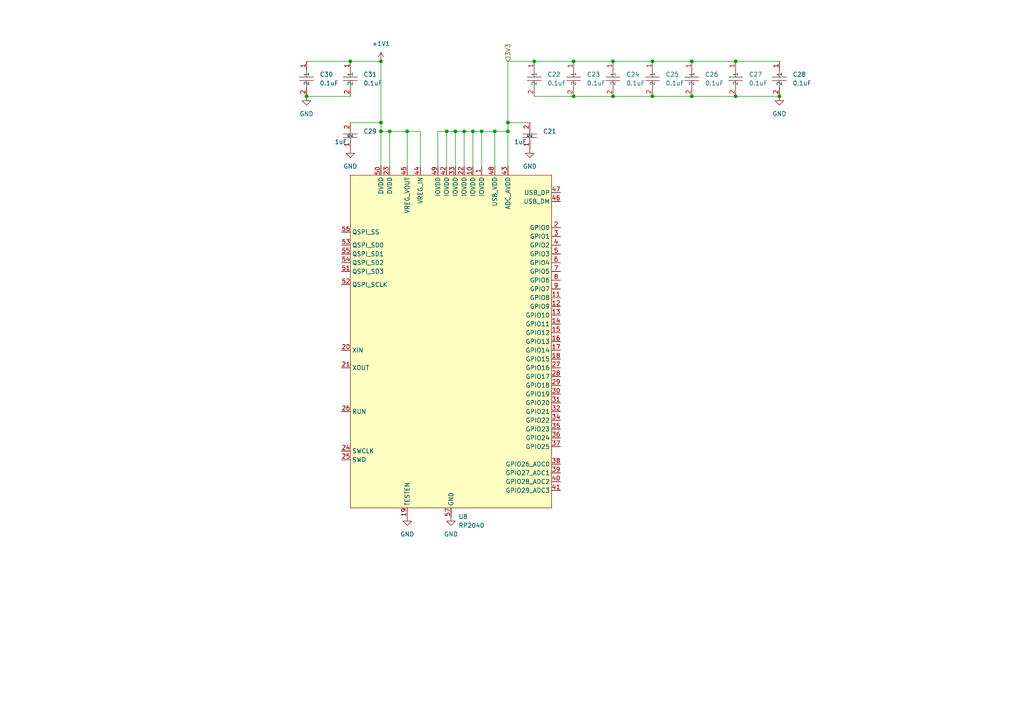
<source format=kicad_sch>
(kicad_sch (version 20250114) (generator "eeschema") (generator_version "9.0")
  (paper "A4")
  (lib_symbols
    (symbol "MeshDeck:CL05A105KP5NNNC"
      (property "Reference" "C" (at 0 5.08 0))
      (property "Value" "CL05A105KP5NNNC" (at 0 -5.08 0))
      (symbol "CL05A105KP5NNNC_0_1"
        (polyline (pts (xy -1.27 0) (xy -0.51 0)))
        (polyline (pts (xy -0.51 2.03) (xy -0.51 -2.03)))
        (polyline (pts (xy 0.51 2.03) (xy 0.51 -2.03)))
        (polyline (pts (xy 0.51 0) (xy 1.27 0)))
        (pin input line (at -3.81 0 0) (length 2.54) (name "1") (number "1"))
        (pin input line (at 3.81 0 180) (length 2.54) (name "2") (number "2"))
      )
    )
    (symbol "MeshDeck:CL05B104KO5NNNC"
      (property "Reference" "C" (at 0 5.08 0))
      (property "Value" "CL05B104KO5NNNC" (at 0 -5.08 0))
      (symbol "CL05B104KO5NNNC_0_1"
        (polyline (pts (xy -0.51 0) (xy -2.54 0)))
        (polyline (pts (xy -0.51 -2.03) (xy -0.51 2.03)))
        (polyline (pts (xy 0.51 2.03) (xy 0.51 -2.03)))
        (polyline (pts (xy 2.54 0) (xy 0.51 0)))
        (pin unspecified line (at -5.08 0 0) (length 2.54) (name "1") (number "1"))
        (pin unspecified line (at 5.08 0 180) (length 2.54) (name "2") (number "2"))
      )
    )
    (symbol "MeshDeck:RP2040"
      (property "Reference" "U" (at 0 58.42 0))
      (property "Value" "RP2040" (at 0 -53.34 0))
      (symbol "RP2040_0_1"
        (rectangle (start -29.21 50.8) (end 29.21 -45.72) (fill (type background)))
        (pin bidirectional line (at -31.75 34.29 0) (length 2.54) (name "QSPI_SS") (number "56"))
        (pin bidirectional line (at -31.75 30.48 0) (length 2.54) (name "QSPI_SD0") (number "53"))
        (pin bidirectional line (at -31.75 27.94 0) (length 2.54) (name "QSPI_SD1") (number "55"))
        (pin bidirectional line (at -31.75 25.4 0) (length 2.54) (name "QSPI_SD2") (number "54"))
        (pin bidirectional line (at -31.75 22.86 0) (length 2.54) (name "QSPI_SD3") (number "51"))
        (pin output line (at -31.75 19.05 0) (length 2.54) (name "QSPI_SCLK") (number "52"))
        (pin input line (at -31.75 0 0) (length 2.54) (name "XIN") (number "20"))
        (pin unspecified line (at -31.75 -5.08 0) (length 2.54) (name "XOUT") (number "21"))
        (pin input line (at -31.75 -17.78 0) (length 2.54) (name "RUN") (number "26"))
        (pin output line (at -31.75 -29.21 0) (length 2.54) (name "SWCLK") (number "24"))
        (pin bidirectional line (at -31.75 -31.75 0) (length 2.54) (name "SWD") (number "25"))
        (pin bidirectional line (at -20.32 53.34 270) (length 2.54) (name "DVDD") (number "50"))
        (pin bidirectional line (at -17.78 53.34 270) (length 2.54) (name "DVDD") (number "23"))
        (pin bidirectional line (at -12.7 53.34 270) (length 2.54) (name "VREG_VOUT") (number "45"))
        (pin unspecified line (at -12.7 -48.26 90) (length 2.54) (name "TESTEN") (number "19"))
        (pin bidirectional line (at -8.89 53.34 270) (length 2.54) (name "VREG_IN") (number "44"))
        (pin bidirectional line (at -3.81 53.34 270) (length 2.54) (name "IOVDD") (number "49"))
        (pin bidirectional line (at -1.27 53.34 270) (length 2.54) (name "IOVDD") (number "42"))
        (pin bidirectional line (at 0 -48.26 90) (length 2.54) (name "GND") (number "57"))
        (pin bidirectional line (at 1.27 53.34 270) (length 2.54) (name "IOVDD") (number "33"))
        (pin bidirectional line (at 3.81 53.34 270) (length 2.54) (name "IOVDD") (number "22"))
        (pin bidirectional line (at 6.35 53.34 270) (length 2.54) (name "IOVDD") (number "10"))
        (pin bidirectional line (at 8.89 53.34 270) (length 2.54) (name "IOVDD") (number "1"))
        (pin bidirectional line (at 12.7 53.34 270) (length 2.54) (name "USB_VDD") (number "48"))
        (pin bidirectional line (at 16.51 53.34 270) (length 2.54) (name "ADC_AVDD") (number "43"))
        (pin bidirectional line (at 31.75 45.72 180) (length 2.54) (name "USB_DP") (number "47"))
        (pin bidirectional line (at 31.75 43.18 180) (length 2.54) (name "USB_DM") (number "46"))
        (pin bidirectional line (at 31.75 35.56 180) (length 2.54) (name "GPIO0") (number "2"))
        (pin bidirectional line (at 31.75 33.02 180) (length 2.54) (name "GPIO1") (number "3"))
        (pin bidirectional line (at 31.75 30.48 180) (length 2.54) (name "GPIO2") (number "4"))
        (pin bidirectional line (at 31.75 27.94 180) (length 2.54) (name "GPIO3") (number "5"))
        (pin bidirectional line (at 31.75 25.4 180) (length 2.54) (name "GPIO4") (number "6"))
        (pin bidirectional line (at 31.75 22.86 180) (length 2.54) (name "GPIO5") (number "7"))
        (pin bidirectional line (at 31.75 20.32 180) (length 2.54) (name "GPIO6") (number "8"))
        (pin bidirectional line (at 31.75 17.78 180) (length 2.54) (name "GPIO7") (number "9"))
        (pin bidirectional line (at 31.75 15.24 180) (length 2.54) (name "GPIO8") (number "11"))
        (pin bidirectional line (at 31.75 12.7 180) (length 2.54) (name "GPIO9") (number "12"))
        (pin bidirectional line (at 31.75 10.16 180) (length 2.54) (name "GPIO10") (number "13"))
        (pin bidirectional line (at 31.75 7.62 180) (length 2.54) (name "GPIO11") (number "14"))
        (pin bidirectional line (at 31.75 5.08 180) (length 2.54) (name "GPIO12") (number "15"))
        (pin bidirectional line (at 31.75 2.54 180) (length 2.54) (name "GPIO13") (number "16"))
        (pin bidirectional line (at 31.75 0 180) (length 2.54) (name "GPIO14") (number "17"))
        (pin bidirectional line (at 31.75 -2.54 180) (length 2.54) (name "GPIO15") (number "18"))
        (pin bidirectional line (at 31.75 -5.08 180) (length 2.54) (name "GPIO16") (number "27"))
        (pin bidirectional line (at 31.75 -7.62 180) (length 2.54) (name "GPIO17") (number "28"))
        (pin bidirectional line (at 31.75 -10.16 180) (length 2.54) (name "GPIO18") (number "29"))
        (pin bidirectional line (at 31.75 -12.7 180) (length 2.54) (name "GPIO19") (number "30"))
        (pin bidirectional line (at 31.75 -15.24 180) (length 2.54) (name "GPIO20") (number "31"))
        (pin bidirectional line (at 31.75 -17.78 180) (length 2.54) (name "GPIO21") (number "32"))
        (pin bidirectional line (at 31.75 -20.32 180) (length 2.54) (name "GPIO22") (number "34"))
        (pin bidirectional line (at 31.75 -22.86 180) (length 2.54) (name "GPIO23") (number "35"))
        (pin bidirectional line (at 31.75 -25.4 180) (length 2.54) (name "GPIO24") (number "36"))
        (pin bidirectional line (at 31.75 -27.94 180) (length 2.54) (name "GPIO25") (number "37"))
        (pin bidirectional line (at 31.75 -33.02 180) (length 2.54) (name "GPIO26_ADC0") (number "38"))
        (pin bidirectional line (at 31.75 -35.56 180) (length 2.54) (name "GPIO27_ADC1") (number "39"))
        (pin bidirectional line (at 31.75 -38.1 180) (length 2.54) (name "GPIO28_ADC2") (number "40"))
        (pin bidirectional line (at 31.75 -40.64 180) (length 2.54) (name "GPIO29_ADC3") (number "41"))
      )
    )
    (symbol "power:+1V1" (power) (pin_numbers (hide yes)) (pin_names (offset 0) (hide yes))
      (property "Value" "+1V1" (at 0 3.556 0))
      (symbol "+1V1_0_1"
        (polyline (pts (xy -0.762 1.27) (xy 0 2.54)))
        (polyline (pts (xy 0 2.54) (xy 0.762 1.27)))
        (polyline (pts (xy 0 0) (xy 0 2.54)))
      )
      (symbol "+1V1_1_1"
        (pin power_in line (at 0 0 90) (length 0) (name "~") (number "1"))
      )
    )
    (symbol "power:GND" (power) (pin_numbers (hide yes)) (pin_names (offset 0) (hide yes))
      (property "Value" "GND" (at 0 -3.81 0))
      (symbol "GND_0_1"
        (polyline (pts (xy 0 0) (xy 0 -1.27) (xy 1.27 -1.27) (xy 0 -2.54) (xy -1.27 -1.27) (xy 0 -1.27)))
      )
      (symbol "GND_1_1"
        (pin power_in line (at 0 0 270) (length 0) (name "~") (number "1"))
      )
    )
  )
  (junction (at 118.11 38.1))
  (junction (at 139.7 38.1))
  (junction (at 189.23 17.78))
  (junction (at 189.23 27.94))
  (junction (at 213.36 17.78))
  (junction (at 154.94 17.78))
  (junction (at 110.49 35.56))
  (junction (at 226.06 27.94))
  (junction (at 177.8 27.94))
  (junction (at 147.32 38.1))
  (junction (at 200.66 27.94))
  (junction (at 110.49 38.1))
  (junction (at 166.37 27.94))
  (junction (at 147.32 35.56))
  (junction (at 213.36 27.94))
  (junction (at 134.62 38.1))
  (junction (at 200.66 17.78))
  (junction (at 110.49 17.78))
  (junction (at 177.8 17.78))
  (junction (at 132.08 38.1))
  (junction (at 101.6 17.78))
  (junction (at 143.51 38.1))
  (junction (at 137.16 38.1))
  (junction (at 166.37 17.78))
  (junction (at 129.54 38.1))
  (junction (at 113.03 38.1))
  (junction (at 88.9 27.94))
  (wire (pts (xy 139.7 38.1) (xy 143.51 38.1)))
  (wire (pts (xy 147.32 38.1) (xy 147.32 48.26)))
  (wire (pts (xy 101.6 17.78) (xy 110.49 17.78)))
  (wire (pts (xy 189.23 27.94) (xy 200.66 27.94)))
  (wire (pts (xy 110.49 17.78) (xy 110.49 35.56)))
  (wire (pts (xy 134.62 38.1) (xy 137.16 38.1)))
  (wire (pts (xy 147.32 17.78) (xy 147.32 35.56)))
  (wire (pts (xy 127 38.1) (xy 129.54 38.1)))
  (wire (pts (xy 101.6 35.56) (xy 110.49 35.56)))
  (wire (pts (xy 147.32 35.56) (xy 147.32 38.1)))
  (wire (pts (xy 166.37 17.78) (xy 177.8 17.78)))
  (wire (pts (xy 118.11 38.1) (xy 121.92 38.1)))
  (wire (pts (xy 129.54 38.1) (xy 132.08 38.1)))
  (wire (pts (xy 143.51 38.1) (xy 143.51 48.26)))
  (wire (pts (xy 127 38.1) (xy 127 48.26)))
  (wire (pts (xy 88.9 27.94) (xy 101.6 27.94)))
  (wire (pts (xy 113.03 38.1) (xy 118.11 38.1)))
  (wire (pts (xy 200.66 17.78) (xy 213.36 17.78)))
  (wire (pts (xy 118.11 38.1) (xy 118.11 48.26)))
  (wire (pts (xy 189.23 17.78) (xy 200.66 17.78)))
  (wire (pts (xy 139.7 38.1) (xy 139.7 48.26)))
  (wire (pts (xy 200.66 27.94) (xy 213.36 27.94)))
  (wire (pts (xy 137.16 38.1) (xy 137.16 48.26)))
  (wire (pts (xy 177.8 27.94) (xy 189.23 27.94)))
  (wire (pts (xy 132.08 38.1) (xy 134.62 38.1)))
  (wire (pts (xy 110.49 35.56) (xy 110.49 38.1)))
  (wire (pts (xy 143.51 38.1) (xy 147.32 38.1)))
  (wire (pts (xy 177.8 17.78) (xy 189.23 17.78)))
  (wire (pts (xy 154.94 27.94) (xy 166.37 27.94)))
  (wire (pts (xy 153.67 35.56) (xy 147.32 35.56)))
  (wire (pts (xy 113.03 38.1) (xy 113.03 48.26)))
  (wire (pts (xy 213.36 17.78) (xy 226.06 17.78)))
  (wire (pts (xy 147.32 17.78) (xy 154.94 17.78)))
  (wire (pts (xy 166.37 27.94) (xy 177.8 27.94)))
  (wire (pts (xy 110.49 38.1) (xy 110.49 48.26)))
  (wire (pts (xy 137.16 38.1) (xy 139.7 38.1)))
  (wire (pts (xy 132.08 38.1) (xy 132.08 48.26)))
  (wire (pts (xy 213.36 27.94) (xy 226.06 27.94)))
  (wire (pts (xy 110.49 38.1) (xy 113.03 38.1)))
  (wire (pts (xy 121.92 38.1) (xy 121.92 48.26)))
  (wire (pts (xy 134.62 38.1) (xy 134.62 48.26)))
  (wire (pts (xy 88.9 17.78) (xy 101.6 17.78)))
  (wire (pts (xy 129.54 38.1) (xy 129.54 48.26)))
  (wire (pts (xy 154.94 17.78) (xy 166.37 17.78)))
  (hierarchical_label "3V3" (shape input) (at 147.32 17.78 90))
  (symbol (lib_id "MeshDeck:CL05B104KO5NNNC") (at 88.9 22.86 270) (unit 1)
    (property "Reference" "C30" (at 92.71 21.5899 90) (effects (justify left)))
    (property "Value" "0.1uF" (at 92.71 24.1299 90) (effects (justify left)))
    (property "Footprint" "MeshDeck:C0402" (effects (hide yes)))
    (property "Datasheet" "https://lcsc.com/product-detail/Multilayer-Ceramic-Capacitors-MLCC-SMD-SMT_SAMSUNG_CL05B104KO5NNNC_100nF-104-10-16V_C1525.html" (effects (hide yes)))
    (property "LCSC Part" "C1525" (effects (hide yes)))
  )
  (symbol (lib_id "power:GND") (at 153.67 43.18 0) (unit 1)
    (property "Reference" "#PWR055" (effects (hide yes)))
    (property "Value" "GND" (at 153.67 48.26 0))
    (property "Description" "Power symbol creates a global label with name \"GND\" , ground" (effects (hide yes)))
  )
  (symbol (lib_id "MeshDeck:CL05B104KO5NNNC") (at 200.66 22.86 270) (unit 1)
    (property "Reference" "C26" (at 204.47 21.5899 90) (effects (justify left)))
    (property "Value" "0.1uF" (at 204.47 24.1299 90) (effects (justify left)))
    (property "Footprint" "MeshDeck:C0402" (effects (hide yes)))
    (property "Datasheet" "https://lcsc.com/product-detail/Multilayer-Ceramic-Capacitors-MLCC-SMD-SMT_SAMSUNG_CL05B104KO5NNNC_100nF-104-10-16V_C1525.html" (effects (hide yes)))
    (property "LCSC Part" "C1525" (effects (hide yes)))
  )
  (symbol (lib_id "power:GND") (at 101.6 43.18 0) (unit 1)
    (property "Reference" "#PWR057" (effects (hide yes)))
    (property "Value" "GND" (at 101.6 48.26 0))
    (property "Description" "Power symbol creates a global label with name \"GND\" , ground" (effects (hide yes)))
  )
  (symbol (lib_id "power:GND") (at 130.81 149.86 0) (unit 1)
    (property "Reference" "#PWR060" (effects (hide yes)))
    (property "Value" "GND" (at 130.81 154.94 0))
    (property "Description" "Power symbol creates a global label with name \"GND\" , ground" (effects (hide yes)))
  )
  (symbol (lib_id "MeshDeck:CL05B104KO5NNNC") (at 177.8 22.86 270) (unit 1)
    (property "Reference" "C24" (at 181.61 21.5899 90) (effects (justify left)))
    (property "Value" "0.1uF" (at 181.61 24.1299 90) (effects (justify left)))
    (property "Footprint" "MeshDeck:C0402" (effects (hide yes)))
    (property "Datasheet" "https://lcsc.com/product-detail/Multilayer-Ceramic-Capacitors-MLCC-SMD-SMT_SAMSUNG_CL05B104KO5NNNC_100nF-104-10-16V_C1525.html" (effects (hide yes)))
    (property "LCSC Part" "C1525" (effects (hide yes)))
  )
  (symbol (lib_id "power:GND") (at 226.06 27.94 0) (unit 1)
    (property "Reference" "#PWR056" (effects (hide yes)))
    (property "Value" "GND" (at 226.06 33.02 0))
    (property "Description" "Power symbol creates a global label with name \"GND\" , ground" (effects (hide yes)))
  )
  (symbol (lib_id "MeshDeck:CL05B104KO5NNNC") (at 166.37 22.86 270) (unit 1)
    (property "Reference" "C23" (at 170.18 21.5899 90) (effects (justify left)))
    (property "Value" "0.1uF" (at 170.18 24.1299 90) (effects (justify left)))
    (property "Footprint" "MeshDeck:C0402" (effects (hide yes)))
    (property "Datasheet" "https://lcsc.com/product-detail/Multilayer-Ceramic-Capacitors-MLCC-SMD-SMT_SAMSUNG_CL05B104KO5NNNC_100nF-104-10-16V_C1525.html" (effects (hide yes)))
    (property "LCSC Part" "C1525" (effects (hide yes)))
  )
  (symbol (lib_id "MeshDeck:CL05A105KP5NNNC") (at 101.6 39.37 90) (unit 1)
    (property "Reference" "C29" (at 105.41 38.0999 90) (effects (justify right)))
    (property "Value" "1uF" (at 97.028 41.148 90) (effects (justify right)))
    (property "Footprint" "MeshDeck:C0402" (effects (hide yes)))
    (property "Datasheet" "https://lcsc.com/product-detail/Multilayer-Ceramic-Capacitors-MLCC-SMD-SMT_SAMSUNG_CL05A105KP5NNNC_1uF-105-10-10V_C14445.html" (effects (hide yes)))
    (property "LCSC Part" "C14445" (effects (hide yes)))
  )
  (symbol (lib_id "MeshDeck:CL05B104KO5NNNC") (at 189.23 22.86 270) (unit 1)
    (property "Reference" "C25" (at 193.04 21.5899 90) (effects (justify left)))
    (property "Value" "0.1uF" (at 193.04 24.1299 90) (effects (justify left)))
    (property "Footprint" "MeshDeck:C0402" (effects (hide yes)))
    (property "Datasheet" "https://lcsc.com/product-detail/Multilayer-Ceramic-Capacitors-MLCC-SMD-SMT_SAMSUNG_CL05B104KO5NNNC_100nF-104-10-16V_C1525.html" (effects (hide yes)))
    (property "LCSC Part" "C1525" (effects (hide yes)))
  )
  (symbol (lib_id "power:+1V1") (at 110.49 17.78 0) (unit 1)
    (property "Reference" "#PWR058" (effects (hide yes)))
    (property "Value" "+1V1" (at 110.49 12.7 0))
    (property "Description" "Power symbol creates a global label with name \"+1V1\"" (effects (hide yes)))
  )
  (symbol (lib_id "MeshDeck:CL05B104KO5NNNC") (at 213.36 22.86 270) (unit 1)
    (property "Reference" "C27" (at 217.17 21.5899 90) (effects (justify left)))
    (property "Value" "0.1uF" (at 217.17 24.1299 90) (effects (justify left)))
    (property "Footprint" "MeshDeck:C0402" (effects (hide yes)))
    (property "Datasheet" "https://lcsc.com/product-detail/Multilayer-Ceramic-Capacitors-MLCC-SMD-SMT_SAMSUNG_CL05B104KO5NNNC_100nF-104-10-16V_C1525.html" (effects (hide yes)))
    (property "LCSC Part" "C1525" (effects (hide yes)))
  )
  (symbol (lib_id "power:GND") (at 88.9 27.94 0) (unit 1)
    (property "Reference" "#PWR059" (effects (hide yes)))
    (property "Value" "GND" (at 88.9 33.02 0))
    (property "Description" "Power symbol creates a global label with name \"GND\" , ground" (effects (hide yes)))
  )
  (symbol (lib_id "MeshDeck:CL05B104KO5NNNC") (at 226.06 22.86 270) (unit 1)
    (property "Reference" "C28" (at 229.87 21.5899 90) (effects (justify left)))
    (property "Value" "0.1uF" (at 229.87 24.1299 90) (effects (justify left)))
    (property "Footprint" "MeshDeck:C0402" (effects (hide yes)))
    (property "Datasheet" "https://lcsc.com/product-detail/Multilayer-Ceramic-Capacitors-MLCC-SMD-SMT_SAMSUNG_CL05B104KO5NNNC_100nF-104-10-16V_C1525.html" (effects (hide yes)))
    (property "LCSC Part" "C1525" (effects (hide yes)))
  )
  (symbol (lib_id "MeshDeck:CL05B104KO5NNNC") (at 154.94 22.86 270) (unit 1)
    (property "Reference" "C22" (at 158.75 21.5899 90) (effects (justify left)))
    (property "Value" "0.1uF" (at 158.75 24.1299 90) (effects (justify left)))
    (property "Footprint" "MeshDeck:C0402" (effects (hide yes)))
    (property "Datasheet" "https://lcsc.com/product-detail/Multilayer-Ceramic-Capacitors-MLCC-SMD-SMT_SAMSUNG_CL05B104KO5NNNC_100nF-104-10-16V_C1525.html" (effects (hide yes)))
    (property "LCSC Part" "C1525" (effects (hide yes)))
  )
  (symbol (lib_id "MeshDeck:CL05B104KO5NNNC") (at 101.6 22.86 270) (unit 1)
    (property "Reference" "C31" (at 105.41 21.5899 90) (effects (justify left)))
    (property "Value" "0.1uF" (at 105.41 24.1299 90) (effects (justify left)))
    (property "Footprint" "MeshDeck:C0402" (effects (hide yes)))
    (property "Datasheet" "https://lcsc.com/product-detail/Multilayer-Ceramic-Capacitors-MLCC-SMD-SMT_SAMSUNG_CL05B104KO5NNNC_100nF-104-10-16V_C1525.html" (effects (hide yes)))
    (property "LCSC Part" "C1525" (effects (hide yes)))
  )
  (symbol (lib_id "MeshDeck:CL05A105KP5NNNC") (at 153.67 39.37 90) (unit 1)
    (property "Reference" "C21" (at 157.48 38.0999 90) (effects (justify right)))
    (property "Value" "1uF" (at 149.098 41.148 90) (effects (justify right)))
    (property "Footprint" "MeshDeck:C0402" (effects (hide yes)))
    (property "Datasheet" "https://lcsc.com/product-detail/Multilayer-Ceramic-Capacitors-MLCC-SMD-SMT_SAMSUNG_CL05A105KP5NNNC_1uF-105-10-10V_C14445.html" (effects (hide yes)))
    (property "LCSC Part" "C14445" (effects (hide yes)))
  )
  (symbol (lib_id "power:GND") (at 118.11 149.86 0) (unit 1)
    (property "Reference" "#PWR061" (effects (hide yes)))
    (property "Value" "GND" (at 118.11 154.94 0))
    (property "Description" "Power symbol creates a global label with name \"GND\" , ground" (effects (hide yes)))
  )
  (symbol (lib_id "MeshDeck:RP2040") (at 130.81 101.6 0) (unit 1)
    (property "Reference" "U8" (at 132.9533 149.86 0) (effects (justify left)))
    (property "Value" "RP2040" (at 132.9533 152.4 0) (effects (justify left)))
    (property "Footprint" "MeshDeck:LQFN-56_L7.0-W7.0-P0.4-EP" (effects (hide yes)))
    (property "LCSC Part" "C2040" (effects (hide yes)))
  )
)
</source>
